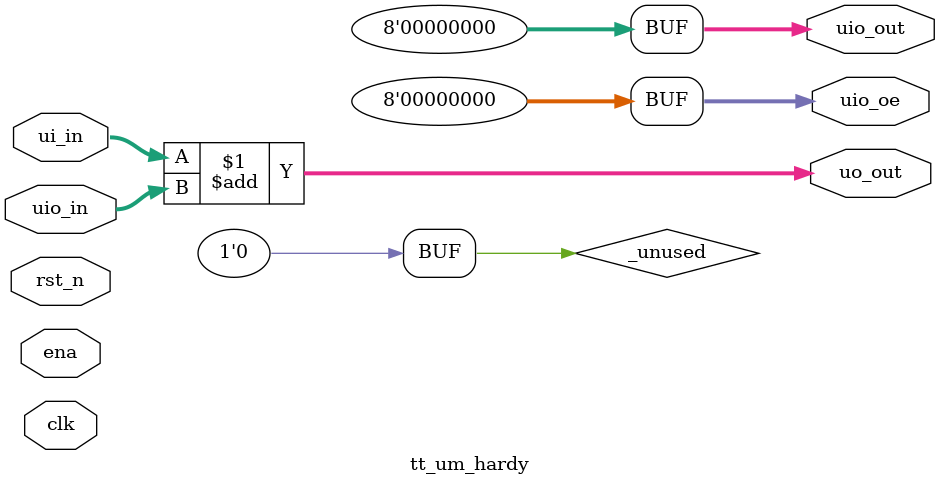
<source format=v>
/*
 * Copyright (c) 2024 Your Name
 * SPDX-License-Identifier: Apache-2.0
 */

`default_nettype none

module tt_um_hardy (
    input  wire [7:0] ui_in,    // Dedicated inputs
    output wire [7:0] uo_out,   // Dedicated outputs
    input  wire [7:0] uio_in,   // IOs: Input path
    output wire [7:0] uio_out,  // IOs: Output path
    output wire [7:0] uio_oe,   // IOs: Enable path (active high: 0=input, 1=output)
    input  wire       ena,      // always 1 when the design is powered, so you can ignore it
    input  wire       clk,      // clock
    input  wire       rst_n     // reset_n - low to reset
);

  // All output pins must be assigned. If not used, assign to 0.
  assign uo_out  = ui_in + uio_in;  // Example: ou_out is the sum of ui_in and uio_in
  assign uio_out = 0;
  assign uio_oe  = 0;

  // List all unused inputs to prevent warnings
  wire _unused = &{clk, rst_n, 1'b0};

endmodule

</source>
